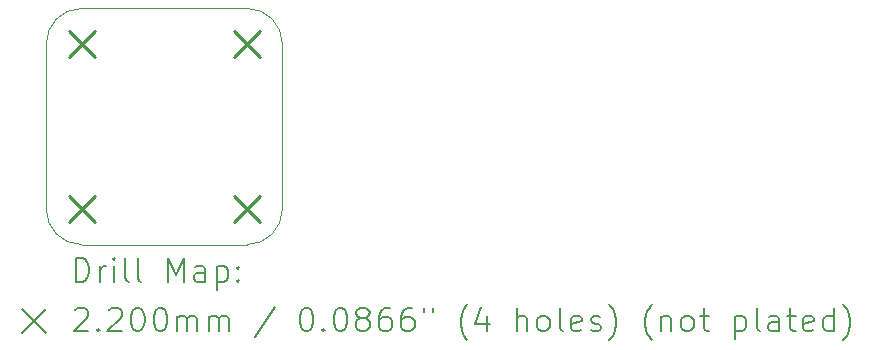
<source format=gbr>
%TF.GenerationSoftware,KiCad,Pcbnew,6.0.10+dfsg-1~bpo11+1*%
%TF.CreationDate,2023-02-10T23:45:53+00:00*%
%TF.ProjectId,kicad-automation-test,6b696361-642d-4617-9574-6f6d6174696f,rev?*%
%TF.SameCoordinates,Original*%
%TF.FileFunction,Drillmap*%
%TF.FilePolarity,Positive*%
%FSLAX45Y45*%
G04 Gerber Fmt 4.5, Leading zero omitted, Abs format (unit mm)*
G04 Created by KiCad (PCBNEW 6.0.10+dfsg-1~bpo11+1) date 2023-02-10 23:45:53*
%MOMM*%
%LPD*%
G01*
G04 APERTURE LIST*
%ADD10C,0.100000*%
%ADD11C,0.200000*%
%ADD12C,0.220000*%
G04 APERTURE END LIST*
D10*
X13100000Y-9700000D02*
X13100000Y-8300000D01*
X15100000Y-8300000D02*
X15100000Y-9700000D01*
X13400000Y-8000000D02*
X14800000Y-8000000D01*
X13400000Y-8000000D02*
G75*
G03*
X13100000Y-8300000I0J-300000D01*
G01*
X13100000Y-9700000D02*
G75*
G03*
X13400000Y-10000000I300000J0D01*
G01*
X15100000Y-8300000D02*
G75*
G03*
X14800000Y-8000000I-300000J0D01*
G01*
X14800000Y-10000000D02*
G75*
G03*
X15100000Y-9700000I0J300000D01*
G01*
X14800000Y-10000000D02*
X13400000Y-10000000D01*
D11*
D12*
X13290000Y-8190000D02*
X13510000Y-8410000D01*
X13510000Y-8190000D02*
X13290000Y-8410000D01*
X13290000Y-9590000D02*
X13510000Y-9810000D01*
X13510000Y-9590000D02*
X13290000Y-9810000D01*
X14690000Y-8190000D02*
X14910000Y-8410000D01*
X14910000Y-8190000D02*
X14690000Y-8410000D01*
X14690000Y-9590000D02*
X14910000Y-9810000D01*
X14910000Y-9590000D02*
X14690000Y-9810000D01*
D11*
X13352619Y-10315476D02*
X13352619Y-10115476D01*
X13400238Y-10115476D01*
X13428809Y-10125000D01*
X13447857Y-10144048D01*
X13457381Y-10163095D01*
X13466905Y-10201190D01*
X13466905Y-10229762D01*
X13457381Y-10267857D01*
X13447857Y-10286905D01*
X13428809Y-10305952D01*
X13400238Y-10315476D01*
X13352619Y-10315476D01*
X13552619Y-10315476D02*
X13552619Y-10182143D01*
X13552619Y-10220238D02*
X13562143Y-10201190D01*
X13571667Y-10191667D01*
X13590714Y-10182143D01*
X13609762Y-10182143D01*
X13676428Y-10315476D02*
X13676428Y-10182143D01*
X13676428Y-10115476D02*
X13666905Y-10125000D01*
X13676428Y-10134524D01*
X13685952Y-10125000D01*
X13676428Y-10115476D01*
X13676428Y-10134524D01*
X13800238Y-10315476D02*
X13781190Y-10305952D01*
X13771667Y-10286905D01*
X13771667Y-10115476D01*
X13905000Y-10315476D02*
X13885952Y-10305952D01*
X13876428Y-10286905D01*
X13876428Y-10115476D01*
X14133571Y-10315476D02*
X14133571Y-10115476D01*
X14200238Y-10258333D01*
X14266905Y-10115476D01*
X14266905Y-10315476D01*
X14447857Y-10315476D02*
X14447857Y-10210714D01*
X14438333Y-10191667D01*
X14419286Y-10182143D01*
X14381190Y-10182143D01*
X14362143Y-10191667D01*
X14447857Y-10305952D02*
X14428809Y-10315476D01*
X14381190Y-10315476D01*
X14362143Y-10305952D01*
X14352619Y-10286905D01*
X14352619Y-10267857D01*
X14362143Y-10248810D01*
X14381190Y-10239286D01*
X14428809Y-10239286D01*
X14447857Y-10229762D01*
X14543095Y-10182143D02*
X14543095Y-10382143D01*
X14543095Y-10191667D02*
X14562143Y-10182143D01*
X14600238Y-10182143D01*
X14619286Y-10191667D01*
X14628809Y-10201190D01*
X14638333Y-10220238D01*
X14638333Y-10277381D01*
X14628809Y-10296429D01*
X14619286Y-10305952D01*
X14600238Y-10315476D01*
X14562143Y-10315476D01*
X14543095Y-10305952D01*
X14724048Y-10296429D02*
X14733571Y-10305952D01*
X14724048Y-10315476D01*
X14714524Y-10305952D01*
X14724048Y-10296429D01*
X14724048Y-10315476D01*
X14724048Y-10191667D02*
X14733571Y-10201190D01*
X14724048Y-10210714D01*
X14714524Y-10201190D01*
X14724048Y-10191667D01*
X14724048Y-10210714D01*
X12895000Y-10545000D02*
X13095000Y-10745000D01*
X13095000Y-10545000D02*
X12895000Y-10745000D01*
X13343095Y-10554524D02*
X13352619Y-10545000D01*
X13371667Y-10535476D01*
X13419286Y-10535476D01*
X13438333Y-10545000D01*
X13447857Y-10554524D01*
X13457381Y-10573571D01*
X13457381Y-10592619D01*
X13447857Y-10621190D01*
X13333571Y-10735476D01*
X13457381Y-10735476D01*
X13543095Y-10716429D02*
X13552619Y-10725952D01*
X13543095Y-10735476D01*
X13533571Y-10725952D01*
X13543095Y-10716429D01*
X13543095Y-10735476D01*
X13628809Y-10554524D02*
X13638333Y-10545000D01*
X13657381Y-10535476D01*
X13705000Y-10535476D01*
X13724048Y-10545000D01*
X13733571Y-10554524D01*
X13743095Y-10573571D01*
X13743095Y-10592619D01*
X13733571Y-10621190D01*
X13619286Y-10735476D01*
X13743095Y-10735476D01*
X13866905Y-10535476D02*
X13885952Y-10535476D01*
X13905000Y-10545000D01*
X13914524Y-10554524D01*
X13924048Y-10573571D01*
X13933571Y-10611667D01*
X13933571Y-10659286D01*
X13924048Y-10697381D01*
X13914524Y-10716429D01*
X13905000Y-10725952D01*
X13885952Y-10735476D01*
X13866905Y-10735476D01*
X13847857Y-10725952D01*
X13838333Y-10716429D01*
X13828809Y-10697381D01*
X13819286Y-10659286D01*
X13819286Y-10611667D01*
X13828809Y-10573571D01*
X13838333Y-10554524D01*
X13847857Y-10545000D01*
X13866905Y-10535476D01*
X14057381Y-10535476D02*
X14076428Y-10535476D01*
X14095476Y-10545000D01*
X14105000Y-10554524D01*
X14114524Y-10573571D01*
X14124048Y-10611667D01*
X14124048Y-10659286D01*
X14114524Y-10697381D01*
X14105000Y-10716429D01*
X14095476Y-10725952D01*
X14076428Y-10735476D01*
X14057381Y-10735476D01*
X14038333Y-10725952D01*
X14028809Y-10716429D01*
X14019286Y-10697381D01*
X14009762Y-10659286D01*
X14009762Y-10611667D01*
X14019286Y-10573571D01*
X14028809Y-10554524D01*
X14038333Y-10545000D01*
X14057381Y-10535476D01*
X14209762Y-10735476D02*
X14209762Y-10602143D01*
X14209762Y-10621190D02*
X14219286Y-10611667D01*
X14238333Y-10602143D01*
X14266905Y-10602143D01*
X14285952Y-10611667D01*
X14295476Y-10630714D01*
X14295476Y-10735476D01*
X14295476Y-10630714D02*
X14305000Y-10611667D01*
X14324048Y-10602143D01*
X14352619Y-10602143D01*
X14371667Y-10611667D01*
X14381190Y-10630714D01*
X14381190Y-10735476D01*
X14476428Y-10735476D02*
X14476428Y-10602143D01*
X14476428Y-10621190D02*
X14485952Y-10611667D01*
X14505000Y-10602143D01*
X14533571Y-10602143D01*
X14552619Y-10611667D01*
X14562143Y-10630714D01*
X14562143Y-10735476D01*
X14562143Y-10630714D02*
X14571667Y-10611667D01*
X14590714Y-10602143D01*
X14619286Y-10602143D01*
X14638333Y-10611667D01*
X14647857Y-10630714D01*
X14647857Y-10735476D01*
X15038333Y-10525952D02*
X14866905Y-10783095D01*
X15295476Y-10535476D02*
X15314524Y-10535476D01*
X15333571Y-10545000D01*
X15343095Y-10554524D01*
X15352619Y-10573571D01*
X15362143Y-10611667D01*
X15362143Y-10659286D01*
X15352619Y-10697381D01*
X15343095Y-10716429D01*
X15333571Y-10725952D01*
X15314524Y-10735476D01*
X15295476Y-10735476D01*
X15276428Y-10725952D01*
X15266905Y-10716429D01*
X15257381Y-10697381D01*
X15247857Y-10659286D01*
X15247857Y-10611667D01*
X15257381Y-10573571D01*
X15266905Y-10554524D01*
X15276428Y-10545000D01*
X15295476Y-10535476D01*
X15447857Y-10716429D02*
X15457381Y-10725952D01*
X15447857Y-10735476D01*
X15438333Y-10725952D01*
X15447857Y-10716429D01*
X15447857Y-10735476D01*
X15581190Y-10535476D02*
X15600238Y-10535476D01*
X15619286Y-10545000D01*
X15628809Y-10554524D01*
X15638333Y-10573571D01*
X15647857Y-10611667D01*
X15647857Y-10659286D01*
X15638333Y-10697381D01*
X15628809Y-10716429D01*
X15619286Y-10725952D01*
X15600238Y-10735476D01*
X15581190Y-10735476D01*
X15562143Y-10725952D01*
X15552619Y-10716429D01*
X15543095Y-10697381D01*
X15533571Y-10659286D01*
X15533571Y-10611667D01*
X15543095Y-10573571D01*
X15552619Y-10554524D01*
X15562143Y-10545000D01*
X15581190Y-10535476D01*
X15762143Y-10621190D02*
X15743095Y-10611667D01*
X15733571Y-10602143D01*
X15724048Y-10583095D01*
X15724048Y-10573571D01*
X15733571Y-10554524D01*
X15743095Y-10545000D01*
X15762143Y-10535476D01*
X15800238Y-10535476D01*
X15819286Y-10545000D01*
X15828809Y-10554524D01*
X15838333Y-10573571D01*
X15838333Y-10583095D01*
X15828809Y-10602143D01*
X15819286Y-10611667D01*
X15800238Y-10621190D01*
X15762143Y-10621190D01*
X15743095Y-10630714D01*
X15733571Y-10640238D01*
X15724048Y-10659286D01*
X15724048Y-10697381D01*
X15733571Y-10716429D01*
X15743095Y-10725952D01*
X15762143Y-10735476D01*
X15800238Y-10735476D01*
X15819286Y-10725952D01*
X15828809Y-10716429D01*
X15838333Y-10697381D01*
X15838333Y-10659286D01*
X15828809Y-10640238D01*
X15819286Y-10630714D01*
X15800238Y-10621190D01*
X16009762Y-10535476D02*
X15971667Y-10535476D01*
X15952619Y-10545000D01*
X15943095Y-10554524D01*
X15924048Y-10583095D01*
X15914524Y-10621190D01*
X15914524Y-10697381D01*
X15924048Y-10716429D01*
X15933571Y-10725952D01*
X15952619Y-10735476D01*
X15990714Y-10735476D01*
X16009762Y-10725952D01*
X16019286Y-10716429D01*
X16028809Y-10697381D01*
X16028809Y-10649762D01*
X16019286Y-10630714D01*
X16009762Y-10621190D01*
X15990714Y-10611667D01*
X15952619Y-10611667D01*
X15933571Y-10621190D01*
X15924048Y-10630714D01*
X15914524Y-10649762D01*
X16200238Y-10535476D02*
X16162143Y-10535476D01*
X16143095Y-10545000D01*
X16133571Y-10554524D01*
X16114524Y-10583095D01*
X16105000Y-10621190D01*
X16105000Y-10697381D01*
X16114524Y-10716429D01*
X16124048Y-10725952D01*
X16143095Y-10735476D01*
X16181190Y-10735476D01*
X16200238Y-10725952D01*
X16209762Y-10716429D01*
X16219286Y-10697381D01*
X16219286Y-10649762D01*
X16209762Y-10630714D01*
X16200238Y-10621190D01*
X16181190Y-10611667D01*
X16143095Y-10611667D01*
X16124048Y-10621190D01*
X16114524Y-10630714D01*
X16105000Y-10649762D01*
X16295476Y-10535476D02*
X16295476Y-10573571D01*
X16371667Y-10535476D02*
X16371667Y-10573571D01*
X16666905Y-10811667D02*
X16657381Y-10802143D01*
X16638333Y-10773571D01*
X16628809Y-10754524D01*
X16619286Y-10725952D01*
X16609762Y-10678333D01*
X16609762Y-10640238D01*
X16619286Y-10592619D01*
X16628809Y-10564048D01*
X16638333Y-10545000D01*
X16657381Y-10516429D01*
X16666905Y-10506905D01*
X16828810Y-10602143D02*
X16828810Y-10735476D01*
X16781190Y-10525952D02*
X16733571Y-10668810D01*
X16857381Y-10668810D01*
X17085952Y-10735476D02*
X17085952Y-10535476D01*
X17171667Y-10735476D02*
X17171667Y-10630714D01*
X17162143Y-10611667D01*
X17143095Y-10602143D01*
X17114524Y-10602143D01*
X17095476Y-10611667D01*
X17085952Y-10621190D01*
X17295476Y-10735476D02*
X17276429Y-10725952D01*
X17266905Y-10716429D01*
X17257381Y-10697381D01*
X17257381Y-10640238D01*
X17266905Y-10621190D01*
X17276429Y-10611667D01*
X17295476Y-10602143D01*
X17324048Y-10602143D01*
X17343095Y-10611667D01*
X17352619Y-10621190D01*
X17362143Y-10640238D01*
X17362143Y-10697381D01*
X17352619Y-10716429D01*
X17343095Y-10725952D01*
X17324048Y-10735476D01*
X17295476Y-10735476D01*
X17476429Y-10735476D02*
X17457381Y-10725952D01*
X17447857Y-10706905D01*
X17447857Y-10535476D01*
X17628810Y-10725952D02*
X17609762Y-10735476D01*
X17571667Y-10735476D01*
X17552619Y-10725952D01*
X17543095Y-10706905D01*
X17543095Y-10630714D01*
X17552619Y-10611667D01*
X17571667Y-10602143D01*
X17609762Y-10602143D01*
X17628810Y-10611667D01*
X17638333Y-10630714D01*
X17638333Y-10649762D01*
X17543095Y-10668810D01*
X17714524Y-10725952D02*
X17733571Y-10735476D01*
X17771667Y-10735476D01*
X17790714Y-10725952D01*
X17800238Y-10706905D01*
X17800238Y-10697381D01*
X17790714Y-10678333D01*
X17771667Y-10668810D01*
X17743095Y-10668810D01*
X17724048Y-10659286D01*
X17714524Y-10640238D01*
X17714524Y-10630714D01*
X17724048Y-10611667D01*
X17743095Y-10602143D01*
X17771667Y-10602143D01*
X17790714Y-10611667D01*
X17866905Y-10811667D02*
X17876429Y-10802143D01*
X17895476Y-10773571D01*
X17905000Y-10754524D01*
X17914524Y-10725952D01*
X17924048Y-10678333D01*
X17924048Y-10640238D01*
X17914524Y-10592619D01*
X17905000Y-10564048D01*
X17895476Y-10545000D01*
X17876429Y-10516429D01*
X17866905Y-10506905D01*
X18228810Y-10811667D02*
X18219286Y-10802143D01*
X18200238Y-10773571D01*
X18190714Y-10754524D01*
X18181190Y-10725952D01*
X18171667Y-10678333D01*
X18171667Y-10640238D01*
X18181190Y-10592619D01*
X18190714Y-10564048D01*
X18200238Y-10545000D01*
X18219286Y-10516429D01*
X18228810Y-10506905D01*
X18305000Y-10602143D02*
X18305000Y-10735476D01*
X18305000Y-10621190D02*
X18314524Y-10611667D01*
X18333571Y-10602143D01*
X18362143Y-10602143D01*
X18381190Y-10611667D01*
X18390714Y-10630714D01*
X18390714Y-10735476D01*
X18514524Y-10735476D02*
X18495476Y-10725952D01*
X18485952Y-10716429D01*
X18476429Y-10697381D01*
X18476429Y-10640238D01*
X18485952Y-10621190D01*
X18495476Y-10611667D01*
X18514524Y-10602143D01*
X18543095Y-10602143D01*
X18562143Y-10611667D01*
X18571667Y-10621190D01*
X18581190Y-10640238D01*
X18581190Y-10697381D01*
X18571667Y-10716429D01*
X18562143Y-10725952D01*
X18543095Y-10735476D01*
X18514524Y-10735476D01*
X18638333Y-10602143D02*
X18714524Y-10602143D01*
X18666905Y-10535476D02*
X18666905Y-10706905D01*
X18676429Y-10725952D01*
X18695476Y-10735476D01*
X18714524Y-10735476D01*
X18933571Y-10602143D02*
X18933571Y-10802143D01*
X18933571Y-10611667D02*
X18952619Y-10602143D01*
X18990714Y-10602143D01*
X19009762Y-10611667D01*
X19019286Y-10621190D01*
X19028810Y-10640238D01*
X19028810Y-10697381D01*
X19019286Y-10716429D01*
X19009762Y-10725952D01*
X18990714Y-10735476D01*
X18952619Y-10735476D01*
X18933571Y-10725952D01*
X19143095Y-10735476D02*
X19124048Y-10725952D01*
X19114524Y-10706905D01*
X19114524Y-10535476D01*
X19305000Y-10735476D02*
X19305000Y-10630714D01*
X19295476Y-10611667D01*
X19276429Y-10602143D01*
X19238333Y-10602143D01*
X19219286Y-10611667D01*
X19305000Y-10725952D02*
X19285952Y-10735476D01*
X19238333Y-10735476D01*
X19219286Y-10725952D01*
X19209762Y-10706905D01*
X19209762Y-10687857D01*
X19219286Y-10668810D01*
X19238333Y-10659286D01*
X19285952Y-10659286D01*
X19305000Y-10649762D01*
X19371667Y-10602143D02*
X19447857Y-10602143D01*
X19400238Y-10535476D02*
X19400238Y-10706905D01*
X19409762Y-10725952D01*
X19428810Y-10735476D01*
X19447857Y-10735476D01*
X19590714Y-10725952D02*
X19571667Y-10735476D01*
X19533571Y-10735476D01*
X19514524Y-10725952D01*
X19505000Y-10706905D01*
X19505000Y-10630714D01*
X19514524Y-10611667D01*
X19533571Y-10602143D01*
X19571667Y-10602143D01*
X19590714Y-10611667D01*
X19600238Y-10630714D01*
X19600238Y-10649762D01*
X19505000Y-10668810D01*
X19771667Y-10735476D02*
X19771667Y-10535476D01*
X19771667Y-10725952D02*
X19752619Y-10735476D01*
X19714524Y-10735476D01*
X19695476Y-10725952D01*
X19685952Y-10716429D01*
X19676429Y-10697381D01*
X19676429Y-10640238D01*
X19685952Y-10621190D01*
X19695476Y-10611667D01*
X19714524Y-10602143D01*
X19752619Y-10602143D01*
X19771667Y-10611667D01*
X19847857Y-10811667D02*
X19857381Y-10802143D01*
X19876429Y-10773571D01*
X19885952Y-10754524D01*
X19895476Y-10725952D01*
X19905000Y-10678333D01*
X19905000Y-10640238D01*
X19895476Y-10592619D01*
X19885952Y-10564048D01*
X19876429Y-10545000D01*
X19857381Y-10516429D01*
X19847857Y-10506905D01*
M02*

</source>
